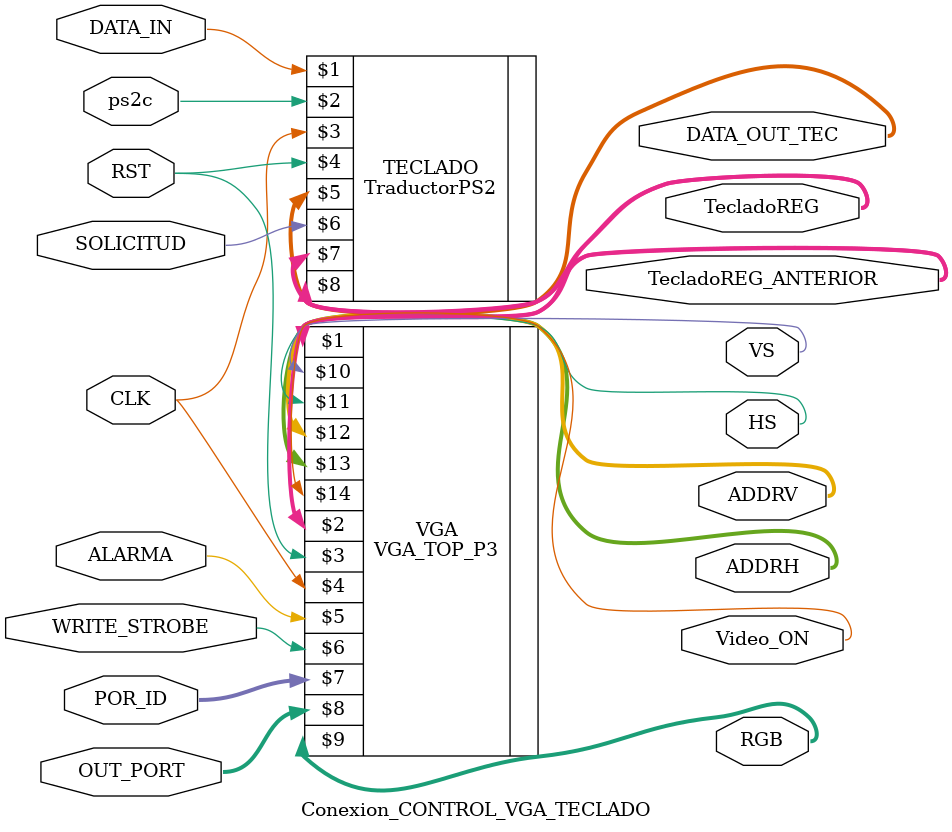
<source format=v>
module Conexion_CONTROL_VGA_TECLADO			
	(	
		/////////////////////////////			
		//ENTRADA	  							
		input wire RST,				
		input wire CLK,
		input ALARMA, 
						  
		//SEÑALES PROBENIENTES DEL CONTROL 	
		input wire WRITE_STROBE,            //Señal de actualizar registro (en flanco de subida)
		input wire[7:0]POR_ID,              //Donde escribo
		input wire[7:0]OUT_PORT,            //Datos de entrada		
						   							
		/////////////////////////////			
		//SALIDAS	   							
		output wire[11:0]RGB,
		output wire VS,
		output wire HS,
		
		//TECLADO
		input ps2c,
		input DATA_IN,
		output[7:0]DATA_OUT_TEC,
		input SOLICITUD, 
		output[7:0]TecladoREG_ANTERIOR,
		output[7:0]TecladoREG,
		
		//SIMULACION 
		output wire[9:0]ADDRV,
		output wire[9:0]ADDRH,
		output wire Video_ON		
		);
			
		VGA_TOP_P3 VGA(TecladoREG, TecladoREG_ANTERIOR, RST, CLK, ALARMA, WRITE_STROBE, POR_ID, OUT_PORT, RGB, VS, HS, ADDRV, ADDRH,Video_ON);

		TraductorPS2 TECLADO(DATA_IN,ps2c,CLK,RST,DATA_OUT_TEC,SOLICITUD,TecladoREG_ANTERIOR,TecladoREG);

endmodule 
</source>
